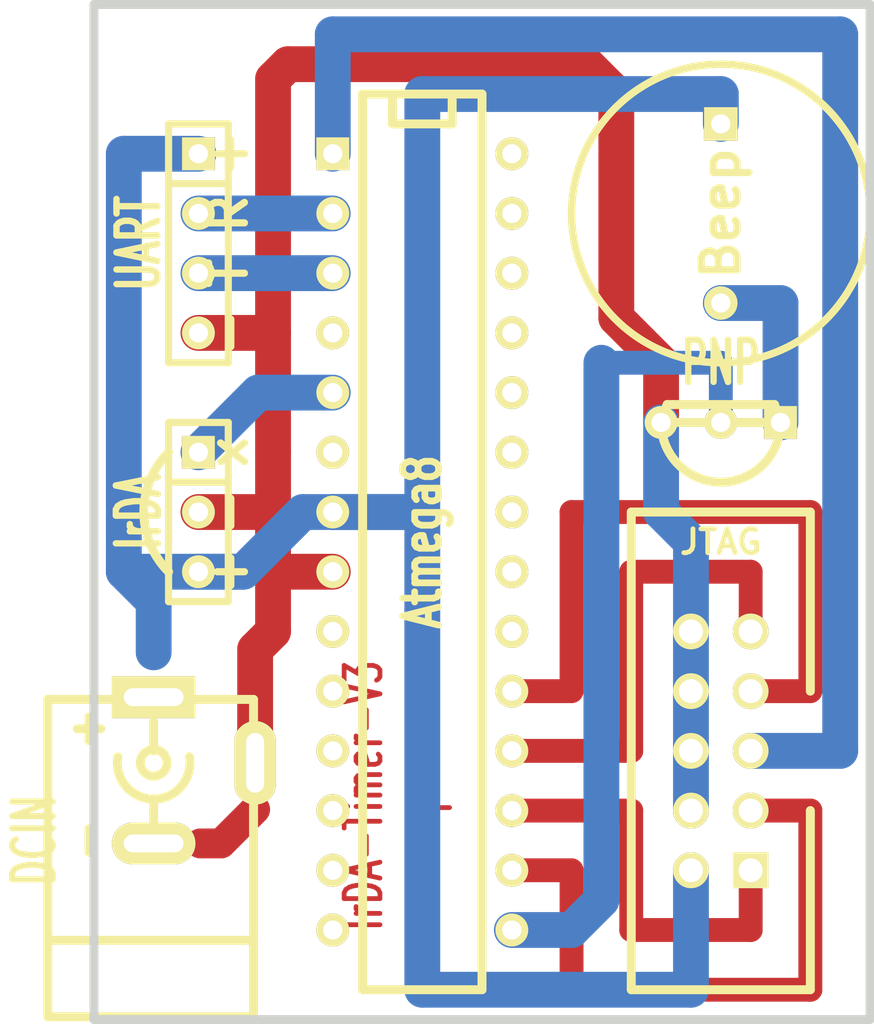
<source format=kicad_pcb>
(kicad_pcb (version 20171130) (host pcbnew 5.1.5+dfsg1-2build2)

  (general
    (thickness 1.6002)
    (drawings 5)
    (tracks 81)
    (zones 0)
    (modules 7)
    (nets 6)
  )

  (page A4)
  (layers
    (0 Front signal)
    (31 Back signal)
    (36 B.SilkS user)
    (37 F.SilkS user)
    (38 B.Mask user)
    (39 F.Mask user)
    (44 Edge.Cuts user)
    (45 Margin user)
    (46 B.CrtYd user)
    (47 F.CrtYd user)
  )

  (setup
    (last_trace_width 1.524)
    (user_trace_width 0.254)
    (user_trace_width 0.508)
    (user_trace_width 1.016)
    (user_trace_width 1.524)
    (user_trace_width 2.032)
    (trace_clearance 0.254)
    (zone_clearance 0.508)
    (zone_45_only no)
    (trace_min 0.2032)
    (via_size 0.889)
    (via_drill 0.635)
    (via_min_size 0.889)
    (via_min_drill 0.508)
    (uvia_size 0.508)
    (uvia_drill 0.127)
    (uvias_allowed no)
    (uvia_min_size 0.508)
    (uvia_min_drill 0.127)
    (edge_width 0.381)
    (segment_width 0.381)
    (pcb_text_width 0.3048)
    (pcb_text_size 1.524 2.032)
    (mod_edge_width 0.381)
    (mod_text_size 1.524 1.524)
    (mod_text_width 0.3048)
    (pad_size 1.397 1.397)
    (pad_drill 0.8128)
    (pad_to_mask_clearance 0.254)
    (aux_axis_origin 0 0)
    (visible_elements FFFFEF3F)
    (pcbplotparams
      (layerselection 0x00030_80000001)
      (usegerberextensions true)
      (usegerberattributes false)
      (usegerberadvancedattributes false)
      (creategerberjobfile false)
      (excludeedgelayer true)
      (linewidth 0.150000)
      (plotframeref false)
      (viasonmask false)
      (mode 1)
      (useauxorigin false)
      (hpglpennumber 1)
      (hpglpenspeed 20)
      (hpglpendiameter 15.000000)
      (psnegative false)
      (psa4output false)
      (plotreference true)
      (plotvalue true)
      (plotinvisibletext false)
      (padsonsilk false)
      (subtractmaskfromsilk false)
      (outputformat 1)
      (mirror false)
      (drillshape 0)
      (scaleselection 1)
      (outputdirectory "gerber/"))
  )

  (net 0 "")
  (net 1 /miso)
  (net 2 /mosi)
  (net 3 /sclk)
  (net 4 N-000020)
  (net 5 VCC)

  (net_class Default "This is the default net class."
    (clearance 0.254)
    (trace_width 0.2032)
    (via_dia 0.889)
    (via_drill 0.635)
    (uvia_dia 0.508)
    (uvia_drill 0.127)
    (add_net /miso)
    (add_net /mosi)
    (add_net /sclk)
    (add_net N-000020)
    (add_net VCC)
  )

  (module eexp:DCIN (layer Front) (tedit 5189F090) (tstamp 5FBB5C2D)
    (at 72.39 119.38 90)
    (descr eexp)
    (tags "CONN JACK")
    (path /50572844)
    (fp_text reference DCIN (at 0 -5.08 90) (layer F.SilkS)
      (effects (font (size 1.72974 1.08712) (thickness 0.254)))
    )
    (fp_text value "" (at -5.08 0) (layer F.SilkS)
      (effects (font (size 1.016 1.016) (thickness 0.254)))
    )
    (fp_circle (center 3.302 0) (end 3.81 0.254) (layer F.SilkS) (width 0.381))
    (fp_arc (start 3.302 0) (end 3.556 1.524) (angle 90) (layer F.SilkS) (width 0.381))
    (fp_arc (start 3.302 0) (end 1.778 -0.254) (angle 90) (layer F.SilkS) (width 0.381))
    (fp_line (start 3.81 0) (end 5.08 0) (layer F.SilkS) (width 0.381))
    (fp_line (start 1.778 0) (end 0.762 0) (layer F.SilkS) (width 0.381))
    (fp_line (start 4.24942 -2.75082) (end 5.25018 -2.75082) (layer F.SilkS) (width 0.381))
    (fp_line (start 4.7498 -2.25044) (end 4.7498 -3.2512) (layer F.SilkS) (width 0.381))
    (fp_line (start -0.50038 -2.75082) (end 0.50038 -2.75082) (layer F.SilkS) (width 0.381))
    (fp_line (start 5.99948 -4.50088) (end 5.99948 4.24942) (layer F.SilkS) (width 0.381))
    (fp_line (start -7.50062 -4.50088) (end 5.99948 -4.50088) (layer F.SilkS) (width 0.381))
    (fp_line (start -7.50062 4.24942) (end -7.50062 -4.50088) (layer F.SilkS) (width 0.381))
    (fp_line (start 5.99948 4.24942) (end -7.50062 4.24942) (layer F.SilkS) (width 0.381))
    (fp_line (start -4.24942 4.24942) (end -4.24942 -4.50088) (layer F.SilkS) (width 0.381))
    (pad 2 thru_hole oval (at 3.302 4.318 90) (size 3.556 1.778) (drill oval 2.54 0.762) (layers *.Cu *.Mask F.SilkS))
    (pad 1 thru_hole rect (at 6.096 0 90) (size 1.778 3.556) (drill oval 0.762 2.54) (layers *.Cu *.Mask F.SilkS))
    (pad 2 thru_hole oval (at -0.127 0 90) (size 1.778 3.556) (drill oval 0.762 2.54) (layers *.Cu *.Mask F.SilkS))
    (model my3d/电源插座.wrl
      (at (xyz 0 0 0))
      (scale (xyz 1 1 1))
      (rotate (xyz 0 0 90))
    )
  )

  (module Beep (layer Front) (tedit 53631CA1) (tstamp 51431502)
    (at 96.52 92.71 270)
    (path BUZ3-5)
    (fp_text reference Beep (at 0 0 270) (layer F.SilkS)
      (effects (font (size 1.524 1.524) (thickness 0.3048)))
    )
    (fp_text value "" (at 0 3.302 270) (layer F.SilkS)
      (effects (font (size 1.524 1.524) (thickness 0.3048)))
    )
    (fp_circle (center 0 0) (end -6.35 0) (layer F.SilkS) (width 0.3175))
    (pad 1 thru_hole rect (at -3.81 0 270) (size 1.4224 1.4224) (drill 0.8128) (layers *.Cu *.Mask F.SilkS))
    (pad 2 thru_hole circle (at 3.81 0 270) (size 1.4224 1.4224) (drill 0.8128) (layers *.Cu *.Mask F.SilkS))
    (model ${KISYS3DMOD}/Buzzer_Beeper.3dshapes/Buzzer_12x9.5RM7.6.wrl
      (offset (xyz -4 0 0))
      (scale (xyz 1 1 1))
      (rotate (xyz 0 0 0))
    )
  )

  (module IrDA (layer Front) (tedit 53630FDB) (tstamp 51431332)
    (at 74.295 105.41 270)
    (descr "Connecteur 3 pins")
    (tags "CONN DEV")
    (path SIL-3)
    (fp_text reference IrDA (at 0 2.54 270) (layer F.SilkS)
      (effects (font (size 1.7907 1.07696) (thickness 0.26924)))
    )
    (fp_text value "" (at 0 -2.54 270) (layer F.SilkS) hide
      (effects (font (size 1.524 1.016) (thickness 0.254)))
    )
    (fp_text user x (at -2.54 -1.27 270) (layer F.SilkS)
      (effects (font (size 1.524 1.524) (thickness 0.3048)))
    )
    (fp_text user - (at 0 -1.27 270) (layer F.SilkS)
      (effects (font (size 1.524 1.524) (thickness 0.3048)))
    )
    (fp_text user + (at 2.54 -1.27 270) (layer F.SilkS)
      (effects (font (size 1.524 1.524) (thickness 0.3048)))
    )
    (fp_arc (start 0 -1.27) (end 2.54 1.27) (angle 90) (layer F.SilkS) (width 0.381))
    (fp_line (start -3.81 1.27) (end -3.81 -1.27) (layer F.SilkS) (width 0.3048))
    (fp_line (start -3.81 -1.27) (end 3.81 -1.27) (layer F.SilkS) (width 0.3048))
    (fp_line (start 3.81 -1.27) (end 3.81 1.27) (layer F.SilkS) (width 0.3048))
    (fp_line (start 3.81 1.27) (end -3.81 1.27) (layer F.SilkS) (width 0.3048))
    (fp_line (start -1.27 -1.27) (end -1.27 1.27) (layer F.SilkS) (width 0.3048))
    (pad 1 thru_hole rect (at -2.54 0 270) (size 1.397 1.397) (drill 0.8128) (layers *.Cu *.Mask F.SilkS))
    (pad 2 thru_hole circle (at 0 0 270) (size 1.397 1.397) (drill 0.8128) (layers *.Cu *.Mask F.SilkS))
    (pad 3 thru_hole circle (at 2.54 0 270) (size 1.397 1.397) (drill 0.8128) (layers *.Cu *.Mask F.SilkS))
    (model ${KIPRJMOD}/STL_infrared_receptor_PCB.wrl
      (offset (xyz -4.5 -1.5 15))
      (scale (xyz 0.5 0.5 0.5))
      (rotate (xyz 90 0 0))
    )
  )

  (module SIL-4 (layer Front) (tedit 53630F61) (tstamp 536309CA)
    (at 74.295 93.98 270)
    (descr "Connecteur 4 pibs")
    (tags "CONN DEV")
    (path SIL-4)
    (fp_text reference UART (at 0 2.54 270) (layer F.SilkS)
      (effects (font (size 1.73482 1.08712) (thickness 0.27178)))
    )
    (fp_text value "" (at 0 -2.54 270) (layer F.SilkS) hide
      (effects (font (size 1.524 1.016) (thickness 0.254)))
    )
    (fp_text user T (at 1.27 -1.27 270) (layer F.SilkS)
      (effects (font (size 1.524 1.524) (thickness 0.3048)))
    )
    (fp_text user R (at -1.27 -1.27 270) (layer F.SilkS)
      (effects (font (size 1.524 1.524) (thickness 0.3048)))
    )
    (fp_text user - (at 3.81 -1.27 270) (layer F.SilkS)
      (effects (font (size 1.524 1.524) (thickness 0.3048)))
    )
    (fp_text user + (at -3.81 -1.27 270) (layer F.SilkS)
      (effects (font (size 1.524 1.524) (thickness 0.3048)))
    )
    (fp_line (start -5.08 -1.27) (end -5.08 -1.27) (layer F.SilkS) (width 0.3048))
    (fp_line (start -5.08 1.27) (end -5.08 -1.27) (layer F.SilkS) (width 0.3048))
    (fp_line (start -5.08 -1.27) (end -5.08 -1.27) (layer F.SilkS) (width 0.3048))
    (fp_line (start -5.08 -1.27) (end 5.08 -1.27) (layer F.SilkS) (width 0.3048))
    (fp_line (start 5.08 -1.27) (end 5.08 1.27) (layer F.SilkS) (width 0.3048))
    (fp_line (start 5.08 1.27) (end -5.08 1.27) (layer F.SilkS) (width 0.3048))
    (fp_line (start -2.54 1.27) (end -2.54 -1.27) (layer F.SilkS) (width 0.3048))
    (pad 1 thru_hole rect (at -3.81 0 270) (size 1.397 1.397) (drill 0.8128) (layers *.Cu *.Mask F.SilkS))
    (pad 2 thru_hole circle (at -1.27 0 270) (size 1.397 1.397) (drill 0.8128) (layers *.Cu *.Mask F.SilkS))
    (pad 3 thru_hole circle (at 1.27 0 270) (size 1.397 1.397) (drill 0.8128) (layers *.Cu *.Mask F.SilkS))
    (pad 4 thru_hole circle (at 3.81 0 270) (size 1.397 1.397) (drill 0.8128) (layers *.Cu *.Mask F.SilkS))
    (model ${KISYS3DMOD}/Connector_PinHeader_2.54mm.3dshapes/PinHeader_1x04_P2.54mm_Vertical.step
      (offset (xyz 3.8 0 0))
      (scale (xyz 1 1 1))
      (rotate (xyz 0 0 90))
    )
  )

  (module PNP (layer Front) (tedit 515501B1) (tstamp 514314BC)
    (at 96.52 101.6 180)
    (descr "Connecteur 3 pins")
    (tags "CONN DEV")
    (path SIL-3)
    (fp_text reference PNP (at 0 2.54 180) (layer F.SilkS)
      (effects (font (size 1.7907 1.07696) (thickness 0.26924)))
    )
    (fp_text value "" (at 0 -2.54 180) (layer F.SilkS) hide
      (effects (font (size 1.524 1.016) (thickness 0.254)))
    )
    (fp_line (start -2.54 0) (end -2.286 0.762) (layer F.SilkS) (width 0.381))
    (fp_line (start -2.286 0.762) (end 2.032 0.762) (layer F.SilkS) (width 0.381))
    (fp_line (start 2.032 0.762) (end 2.286 0.762) (layer F.SilkS) (width 0.381))
    (fp_line (start 2.286 0.762) (end 2.54 0) (layer F.SilkS) (width 0.381))
    (fp_line (start -2.54 0) (end 2.54 0) (layer F.SilkS) (width 0.381))
    (fp_line (start -2.54 0) (end 0 0) (layer F.SilkS) (width 0.381))
    (fp_arc (start 0 0) (end -2.54 0) (angle 90) (layer F.SilkS) (width 0.381))
    (fp_arc (start 0 0) (end 0 -2.54) (angle 90) (layer F.SilkS) (width 0.381))
    (pad 1 thru_hole rect (at -2.54 0 180) (size 1.397 1.397) (drill 0.8128) (layers *.Cu *.Mask F.SilkS))
    (pad 2 thru_hole circle (at 0 0 180) (size 1.397 1.397) (drill 0.8128) (layers *.Cu *.Mask F.SilkS))
    (pad 3 thru_hole circle (at 2.54 0 180) (size 1.397 1.397) (drill 0.8128) (layers *.Cu *.Mask F.SilkS))
    (model ${KISYS3DMOD}/Package_TO_SOT_THT.3dshapes/TO-92_Inline_Wide.wrl
      (offset (xyz -2.5 0 0))
      (scale (xyz 1 1 1))
      (rotate (xyz 0 0 0))
    )
  )

  (module DIP-28__300 (layer Front) (tedit 51468CA8) (tstamp 5FBB5D24)
    (at 83.82 106.68 270)
    (descr "28 pins DIL package, round pads, width 300mil")
    (tags DIL)
    (path DIP-28__300)
    (fp_text reference Atmega8 (at 0 0 270) (layer F.SilkS)
      (effects (font (size 1.524 1.143) (thickness 0.28702)))
    )
    (fp_text value "" (at 0 0 270) (layer F.SilkS)
      (effects (font (size 1.524 1.143) (thickness 0.28702)))
    )
    (fp_line (start -19.05 -2.54) (end 19.05 -2.54) (layer F.SilkS) (width 0.381))
    (fp_line (start 19.05 -2.54) (end 19.05 2.54) (layer F.SilkS) (width 0.381))
    (fp_line (start 19.05 2.54) (end -19.05 2.54) (layer F.SilkS) (width 0.381))
    (fp_line (start -19.05 2.54) (end -19.05 -2.54) (layer F.SilkS) (width 0.381))
    (fp_line (start -19.05 -1.27) (end -17.78 -1.27) (layer F.SilkS) (width 0.381))
    (fp_line (start -17.78 -1.27) (end -17.78 1.27) (layer F.SilkS) (width 0.381))
    (fp_line (start -17.78 1.27) (end -19.05 1.27) (layer F.SilkS) (width 0.381))
    (pad 2 thru_hole circle (at -13.97 3.81 270) (size 1.397 1.397) (drill 0.8128) (layers *.Cu *.Mask F.SilkS))
    (pad 3 thru_hole circle (at -11.43 3.81 270) (size 1.397 1.397) (drill 0.8128) (layers *.Cu *.Mask F.SilkS))
    (pad 4 thru_hole circle (at -8.89 3.81 270) (size 1.397 1.397) (drill 0.8128) (layers *.Cu *.Mask F.SilkS))
    (pad 5 thru_hole circle (at -6.35 3.81 270) (size 1.397 1.397) (drill 0.8128) (layers *.Cu *.Mask F.SilkS))
    (pad 6 thru_hole circle (at -3.81 3.81 270) (size 1.397 1.397) (drill 0.8128) (layers *.Cu *.Mask F.SilkS))
    (pad 7 thru_hole circle (at -1.27 3.81 270) (size 1.397 1.397) (drill 0.8128) (layers *.Cu *.Mask F.SilkS))
    (pad 8 thru_hole circle (at 1.27 3.81 270) (size 1.397 1.397) (drill 0.8128) (layers *.Cu *.Mask F.SilkS))
    (pad 9 thru_hole circle (at 3.81 3.81 270) (size 1.397 1.397) (drill 0.8128) (layers *.Cu *.Mask F.SilkS))
    (pad 10 thru_hole circle (at 6.35 3.81 270) (size 1.397 1.397) (drill 0.8128) (layers *.Cu *.Mask F.SilkS))
    (pad 11 thru_hole circle (at 8.89 3.81 270) (size 1.397 1.397) (drill 0.8128) (layers *.Cu *.Mask F.SilkS))
    (pad 12 thru_hole circle (at 11.43 3.81 270) (size 1.397 1.397) (drill 0.8128) (layers *.Cu *.Mask F.SilkS))
    (pad 13 thru_hole circle (at 13.97 3.81 270) (size 1.397 1.397) (drill 0.8128) (layers *.Cu *.Mask F.SilkS))
    (pad 14 thru_hole circle (at 16.51 3.81 270) (size 1.397 1.397) (drill 0.8128) (layers *.Cu *.Mask F.SilkS))
    (pad 1 thru_hole rect (at -16.51 3.81 270) (size 1.397 1.397) (drill 0.8128) (layers *.Cu *.Mask F.SilkS))
    (pad 15 thru_hole circle (at 16.51 -3.81 270) (size 1.397 1.397) (drill 0.8128) (layers *.Cu *.Mask F.SilkS))
    (pad 16 thru_hole circle (at 13.97 -3.81 270) (size 1.397 1.397) (drill 0.8128) (layers *.Cu *.Mask F.SilkS))
    (pad 17 thru_hole circle (at 11.43 -3.81 270) (size 1.397 1.397) (drill 0.8128) (layers *.Cu *.Mask F.SilkS))
    (pad 18 thru_hole circle (at 8.89 -3.81 270) (size 1.397 1.397) (drill 0.8128) (layers *.Cu *.Mask F.SilkS))
    (pad 19 thru_hole circle (at 6.35 -3.81 270) (size 1.397 1.397) (drill 0.8128) (layers *.Cu *.Mask F.SilkS))
    (pad 20 thru_hole circle (at 3.81 -3.81 270) (size 1.397 1.397) (drill 0.8128) (layers *.Cu *.Mask F.SilkS))
    (pad 21 thru_hole circle (at 1.27 -3.81 270) (size 1.397 1.397) (drill 0.8128) (layers *.Cu *.Mask F.SilkS))
    (pad 22 thru_hole circle (at -1.27 -3.81 270) (size 1.397 1.397) (drill 0.8128) (layers *.Cu *.Mask F.SilkS))
    (pad 23 thru_hole circle (at -3.81 -3.81 270) (size 1.397 1.397) (drill 0.8128) (layers *.Cu *.Mask F.SilkS))
    (pad 24 thru_hole circle (at -6.35 -3.81 270) (size 1.397 1.397) (drill 0.8128) (layers *.Cu *.Mask F.SilkS))
    (pad 25 thru_hole circle (at -8.89 -3.81 270) (size 1.397 1.397) (drill 0.8128) (layers *.Cu *.Mask F.SilkS))
    (pad 26 thru_hole circle (at -11.43 -3.81 270) (size 1.397 1.397) (drill 0.8128) (layers *.Cu *.Mask F.SilkS))
    (pad 27 thru_hole circle (at -13.97 -3.81 270) (size 1.397 1.397) (drill 0.8128) (layers *.Cu *.Mask F.SilkS))
    (pad 28 thru_hole circle (at -16.51 -3.81 270) (size 1.397 1.397) (drill 0.8128) (layers *.Cu *.Mask F.SilkS))
    (model ${KISYS3DMOD}/Package_DIP.3dshapes/DIP-28_W7.62mm.wrl
      (offset (xyz 16.5 4 0))
      (scale (xyz 1 1 1))
      (rotate (xyz 0 0 90))
    )
  )

  (module IDC10 (layer Front) (tedit 514318C4) (tstamp 5143180E)
    (at 96.52 115.57 90)
    (descr "Double rangee de contacts 2 x 5 pins")
    (tags CONN)
    (path /504B3C00)
    (fp_text reference JTAG (at 8.89 0 180) (layer F.SilkS)
      (effects (font (size 1.016 1.016) (thickness 0.2032)))
    )
    (fp_text value IDC10 (at -8.89 0 180) (layer F.SilkS) hide
      (effects (font (size 1.016 1.016) (thickness 0.2032)))
    )
    (fp_line (start -10.16 3.81) (end -10.16 -3.81) (layer F.SilkS) (width 0.381))
    (fp_line (start -10.16 -3.81) (end 10.16 -3.81) (layer F.SilkS) (width 0.381))
    (fp_line (start 10.16 -3.81) (end 10.16 3.81) (layer F.SilkS) (width 0.381))
    (fp_line (start 10.16 3.81) (end 2.54 3.81) (layer F.SilkS) (width 0.381))
    (fp_line (start -2.54 3.81) (end -10.16 3.81) (layer F.SilkS) (width 0.381))
    (pad 1 thru_hole rect (at -5.08 1.27 90) (size 1.524 1.524) (drill 1.016) (layers *.Cu *.Mask F.SilkS)
      (net 2 /mosi))
    (pad 2 thru_hole circle (at -5.08 -1.27 90) (size 1.524 1.524) (drill 1.016) (layers *.Cu *.Mask F.SilkS)
      (net 5 VCC))
    (pad 3 thru_hole circle (at -2.54 1.27 90) (size 1.524 1.524) (drill 1.016) (layers *.Cu *.Mask F.SilkS))
    (pad 4 thru_hole circle (at -2.54 -1.27 90) (size 1.524 1.524) (drill 1.016) (layers *.Cu *.Mask F.SilkS))
    (pad 5 thru_hole circle (at 0 1.27 90) (size 1.524 1.524) (drill 1.016) (layers *.Cu *.Mask F.SilkS)
      (net 4 N-000020))
    (pad 6 thru_hole circle (at 0 -1.27 90) (size 1.524 1.524) (drill 1.016) (layers *.Cu *.Mask F.SilkS))
    (pad 7 thru_hole circle (at 2.54 1.27 90) (size 1.524 1.524) (drill 1.016) (layers *.Cu *.Mask F.SilkS)
      (net 3 /sclk))
    (pad 8 thru_hole circle (at 2.54 -1.27 90) (size 1.524 1.524) (drill 1.016) (layers *.Cu *.Mask F.SilkS))
    (pad 9 thru_hole circle (at 5.08 1.27 90) (size 1.524 1.524) (drill 1.016) (layers *.Cu *.Mask F.SilkS)
      (net 1 /miso))
    (pad 10 thru_hole circle (at 5.08 -1.27 90) (size 1.524 1.524) (drill 1.016) (layers *.Cu *.Mask F.SilkS))
    (model ${KISYS3DMOD}/Connector_IDC.3dshapes/IDC-Header_2x05_P2.54mm_Vertical.wrl
      (offset (xyz -5 -1.2 0))
      (scale (xyz 1 1 1))
      (rotate (xyz 0 0 -90))
    )
  )

  (gr_line (start 102.87 127) (end 102.87 83.82) (angle 90) (layer Edge.Cuts) (width 0.381))
  (gr_text "IrDA-Timer-V3\neexpress" (at 82.55 117.475 90) (layer Front)
    (effects (font (size 1.524 1.016) (thickness 0.2032)))
  )
  (gr_line (start 69.85 83.82) (end 102.87 83.82) (angle 90) (layer Edge.Cuts) (width 0.381))
  (gr_line (start 69.85 127) (end 102.87 127) (angle 90) (layer Edge.Cuts) (width 0.381))
  (gr_line (start 69.85 83.82) (end 69.85 127) (angle 90) (layer Edge.Cuts) (width 0.381))

  (segment (start 99.06 101.6) (end 99.06 96.52) (width 1.524) (layer Back) (net 0))
  (segment (start 99.06 96.52) (end 96.52 96.52) (width 1.524) (layer Back) (net 0) (tstamp 5363176F))
  (segment (start 93.98 99.06) (end 93.98 101.6) (width 1.524) (layer Front) (net 0) (tstamp 5363143C))
  (segment (start 92.075 97.155) (end 93.98 99.06) (width 1.524) (layer Front) (net 0) (tstamp 53631437))
  (segment (start 92.075 87.63) (end 92.075 97.155) (width 1.524) (layer Front) (net 0) (tstamp 53631434))
  (segment (start 90.805 86.36) (end 92.075 87.63) (width 1.524) (layer Front) (net 0) (tstamp 5363142B))
  (segment (start 78.105 86.36) (end 90.805 86.36) (width 1.524) (layer Front) (net 0) (tstamp 53631425))
  (segment (start 77.47 86.995) (end 78.105 86.36) (width 1.524) (layer Front) (net 0) (tstamp 53631421))
  (segment (start 77.47 97.79) (end 77.47 86.995) (width 1.524) (layer Front) (net 0))
  (segment (start 74.295 97.79) (end 77.47 97.79) (width 1.524) (layer Front) (net 0))
  (segment (start 74.295 105.41) (end 77.47 105.41) (width 1.524) (layer Front) (net 0))
  (segment (start 80.01 100.33) (end 76.835 100.33) (width 1.524) (layer Back) (net 0))
  (segment (start 76.835 100.33) (end 74.295 102.87) (width 1.524) (layer Back) (net 0) (tstamp 53630EE6))
  (segment (start 80.01 95.25) (end 74.295 95.25) (width 1.524) (layer Back) (net 0))
  (segment (start 74.295 92.71) (end 80.01 92.71) (width 1.524) (layer Back) (net 0))
  (segment (start 96.52 101.6) (end 96.52 99.06) (width 1.016) (layer Back) (net 0))
  (segment (start 90.17 123.19) (end 87.63 123.19) (width 1.524) (layer Back) (net 0))
  (segment (start 91.44 121.92) (end 90.17 123.19) (width 1.524) (layer Back) (net 0))
  (segment (start 91.44 99.06) (end 91.44 121.92) (width 1.524) (layer Back) (net 0))
  (segment (start 96.52 99.06) (end 95.25 99.06) (width 1.016) (layer Back) (net 0))
  (segment (start 95.25 99.06) (end 93.98 99.06) (width 1.016) (layer Back) (net 0) (tstamp 5363180B))
  (segment (start 93.98 99.06) (end 91.44 99.06) (width 1.016) (layer Back) (net 0) (tstamp 53631808))
  (segment (start 87.63 120.65) (end 90.17 120.65) (width 1.016) (layer Front) (net 0))
  (segment (start 90.17 125.73) (end 100.33 125.73) (width 1.016) (layer Front) (net 0))
  (segment (start 90.17 120.65) (end 90.17 125.73) (width 1.016) (layer Front) (net 0))
  (segment (start 100.33 125.73) (end 100.33 118.11) (width 1.016) (layer Front) (net 0))
  (segment (start 100.33 118.11) (end 97.79 118.11) (width 1.016) (layer Front) (net 0))
  (segment (start 100.33 118.11) (end 97.79 118.11) (width 1.016) (layer Front) (net 0))
  (segment (start 100.33 125.73) (end 100.33 118.11) (width 1.016) (layer Front) (net 0))
  (segment (start 77.47 107.95) (end 80.01 107.95) (width 1.524) (layer Front) (net 0))
  (segment (start 77.47 102.87) (end 77.47 105.41) (width 1.524) (layer Front) (net 0))
  (segment (start 77.47 105.41) (end 77.47 106.68) (width 1.524) (layer Front) (net 0))
  (segment (start 77.47 106.68) (end 77.47 107.95) (width 1.524) (layer Front) (net 0))
  (segment (start 77.47 97.79) (end 77.47 100.33) (width 1.524) (layer Front) (net 0) (tstamp 53630CE1))
  (segment (start 77.47 100.33) (end 77.47 102.87) (width 1.524) (layer Front) (net 0))
  (segment (start 75.2602 119.507) (end 74.3712 119.507) (width 1.27) (layer Front) (net 0))
  (segment (start 76.708 118.0592) (end 75.2602 119.507) (width 1.27) (layer Front) (net 0))
  (segment (start 74.3712 119.507) (end 72.39 119.507) (width 0.2032) (layer Front) (net 0))
  (segment (start 76.708 116.078) (end 76.708 118.0592) (width 0.2032) (layer Front) (net 0))
  (segment (start 87.63 115.57) (end 92.71 115.57) (width 1.016) (layer Front) (net 1))
  (segment (start 97.79 107.95) (end 97.79 110.49) (width 1.016) (layer Front) (net 1))
  (segment (start 92.71 107.95) (end 97.79 107.95) (width 1.016) (layer Front) (net 1))
  (segment (start 92.71 115.57) (end 92.71 107.95) (width 1.016) (layer Front) (net 1))
  (segment (start 87.63 118.11) (end 92.71 118.11) (width 1.016) (layer Front) (net 2))
  (segment (start 92.71 123.19) (end 97.79 123.19) (width 1.016) (layer Front) (net 2))
  (segment (start 92.71 118.11) (end 92.71 123.19) (width 1.016) (layer Front) (net 2))
  (segment (start 97.79 123.19) (end 97.79 120.65) (width 1.016) (layer Front) (net 2))
  (segment (start 97.79 123.19) (end 97.79 120.65) (width 1.016) (layer Front) (net 2))
  (segment (start 87.63 113.03) (end 90.17 113.03) (width 1.016) (layer Front) (net 3))
  (segment (start 100.33 113.03) (end 97.79 113.03) (width 1.016) (layer Front) (net 3))
  (segment (start 100.33 105.41) (end 100.33 113.03) (width 1.016) (layer Front) (net 3))
  (segment (start 90.17 105.41) (end 100.33 105.41) (width 1.016) (layer Front) (net 3))
  (segment (start 90.17 113.03) (end 90.17 105.41) (width 1.016) (layer Front) (net 3))
  (segment (start 95.25 118.11) (end 95.25 106.68) (width 1.524) (layer Back) (net 0))
  (segment (start 95.25 106.68) (end 93.98 105.41) (width 1.524) (layer Back) (net 0) (tstamp 536312B9))
  (segment (start 93.98 105.41) (end 93.98 101.6) (width 1.524) (layer Back) (net 0) (tstamp 536312BA))
  (segment (start 77.47 107.95) (end 77.47 110.49) (width 1.524) (layer Front) (net 0))
  (segment (start 76.708 111.252) (end 76.708 116.078) (width 1.524) (layer Front) (net 0))
  (segment (start 77.47 110.49) (end 76.708 111.252) (width 1.524) (layer Front) (net 0))
  (segment (start 101.6 95.25) (end 101.6 85.09) (width 1.524) (layer Back) (net 4))
  (segment (start 80.01 85.09) (end 80.01 90.17) (width 1.524) (layer Back) (net 4))
  (segment (start 101.6 85.09) (end 80.01 85.09) (width 1.524) (layer Back) (net 4))
  (segment (start 97.79 115.57) (end 101.6 115.57) (width 1.524) (layer Back) (net 4))
  (segment (start 101.6 115.57) (end 101.6 95.25) (width 1.524) (layer Back) (net 4))
  (segment (start 76.2 107.95) (end 74.295 107.95) (width 1.524) (layer Back) (net 5) (tstamp 53631314))
  (segment (start 83.82 87.63) (end 96.52 87.63) (width 1.524) (layer Back) (net 5))
  (segment (start 96.52 87.63) (end 96.52 88.9) (width 1.524) (layer Back) (net 5) (tstamp 536312A4))
  (segment (start 74.295 90.17) (end 71.12 90.17) (width 1.524) (layer Back) (net 5))
  (segment (start 71.12 107.95) (end 74.295 107.95) (width 1.524) (layer Back) (net 5) (tstamp 53631297))
  (segment (start 71.12 90.17) (end 71.12 107.95) (width 1.524) (layer Back) (net 5) (tstamp 53631296))
  (segment (start 80.01 105.41) (end 78.74 105.41) (width 1.524) (layer Back) (net 5))
  (segment (start 76.2 107.95) (end 74.295 107.95) (width 1.524) (layer Back) (net 5) (tstamp 53631290))
  (segment (start 78.74 105.41) (end 76.2 107.95) (width 1.524) (layer Back) (net 5) (tstamp 5363128F))
  (segment (start 83.82 87.63) (end 83.82 105.41) (width 1.524) (layer Back) (net 5))
  (segment (start 80.01 105.41) (end 83.82 105.41) (width 1.524) (layer Back) (net 5))
  (segment (start 83.82 125.73) (end 83.82 105.41) (width 1.524) (layer Back) (net 5))
  (segment (start 83.82 105.41) (end 80.01 105.41) (width 1.524) (layer Back) (net 5))
  (segment (start 95.25 125.73) (end 83.82 125.73) (width 1.524) (layer Back) (net 5))
  (segment (start 95.25 120.65) (end 95.25 125.73) (width 1.524) (layer Back) (net 5))
  (segment (start 71.12 107.95) (end 72.39 109.22) (width 1.524) (layer Back) (net 5))
  (segment (start 72.39 109.22) (end 72.39 111.378999) (width 1.524) (layer Back) (net 5))

)

</source>
